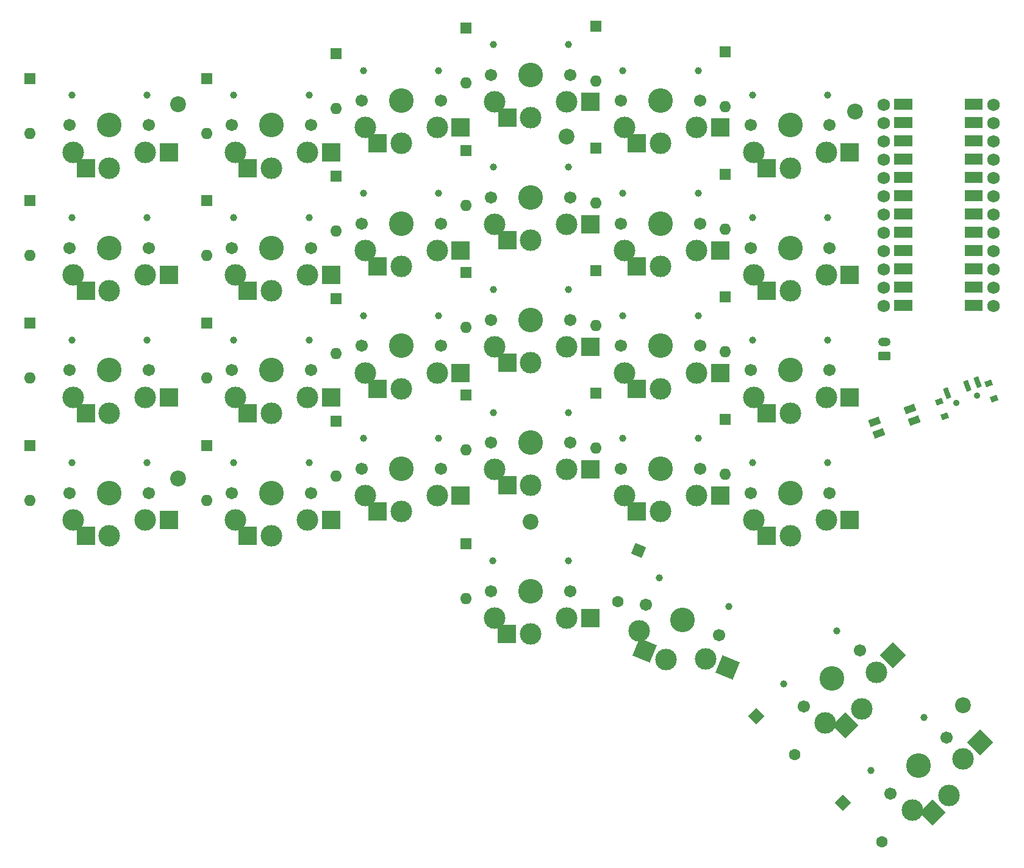
<source format=gbr>
%TF.GenerationSoftware,KiCad,Pcbnew,9.0.0*%
%TF.CreationDate,2025-03-18T17:15:54-04:00*%
%TF.ProjectId,skylight,736b796c-6967-4687-942e-6b696361645f,1.0*%
%TF.SameCoordinates,Original*%
%TF.FileFunction,Soldermask,Top*%
%TF.FilePolarity,Negative*%
%FSLAX46Y46*%
G04 Gerber Fmt 4.6, Leading zero omitted, Abs format (unit mm)*
G04 Created by KiCad (PCBNEW 9.0.0) date 2025-03-18 17:15:54*
%MOMM*%
%LPD*%
G01*
G04 APERTURE LIST*
G04 Aperture macros list*
%AMRoundRect*
0 Rectangle with rounded corners*
0 $1 Rounding radius*
0 $2 $3 $4 $5 $6 $7 $8 $9 X,Y pos of 4 corners*
0 Add a 4 corners polygon primitive as box body*
4,1,4,$2,$3,$4,$5,$6,$7,$8,$9,$2,$3,0*
0 Add four circle primitives for the rounded corners*
1,1,$1+$1,$2,$3*
1,1,$1+$1,$4,$5*
1,1,$1+$1,$6,$7*
1,1,$1+$1,$8,$9*
0 Add four rect primitives between the rounded corners*
20,1,$1+$1,$2,$3,$4,$5,0*
20,1,$1+$1,$4,$5,$6,$7,0*
20,1,$1+$1,$6,$7,$8,$9,0*
20,1,$1+$1,$8,$9,$2,$3,0*%
%AMHorizOval*
0 Thick line with rounded ends*
0 $1 width*
0 $2 $3 position (X,Y) of the first rounded end (center of the circle)*
0 $4 $5 position (X,Y) of the second rounded end (center of the circle)*
0 Add line between two ends*
20,1,$1,$2,$3,$4,$5,0*
0 Add two circle primitives to create the rounded ends*
1,1,$1,$2,$3*
1,1,$1,$4,$5*%
%AMRotRect*
0 Rectangle, with rotation*
0 The origin of the aperture is its center*
0 $1 length*
0 $2 width*
0 $3 Rotation angle, in degrees counterclockwise*
0 Add horizontal line*
21,1,$1,$2,0,0,$3*%
%AMFreePoly0*
4,1,6,1.000000,0.000000,0.500000,-0.750000,-0.500000,-0.750000,-0.500000,0.750000,0.500000,0.750000,1.000000,0.000000,1.000000,0.000000,$1*%
%AMFreePoly1*
4,1,6,0.500000,-0.750000,-0.650000,-0.750000,-0.150000,0.000000,-0.650000,0.750000,0.500000,0.750000,0.500000,-0.750000,0.500000,-0.750000,$1*%
G04 Aperture macros list end*
%ADD10C,2.200000*%
%ADD11R,1.600000X1.600000*%
%ADD12O,1.600000X1.600000*%
%ADD13FreePoly0,0.000000*%
%ADD14FreePoly1,0.000000*%
%ADD15R,2.600000X2.600000*%
%ADD16C,1.701800*%
%ADD17C,0.990600*%
%ADD18C,3.000000*%
%ADD19C,3.429000*%
%ADD20FreePoly0,180.000000*%
%ADD21FreePoly1,180.000000*%
%ADD22RotRect,1.600000X1.600000X315.000000*%
%ADD23HorizOval,1.600000X0.000000X0.000000X0.000000X0.000000X0*%
%ADD24C,0.901700*%
%ADD25RotRect,1.000760X0.800100X20.000000*%
%ADD26RotRect,0.701040X1.501140X20.000000*%
%ADD27RotRect,1.550000X1.000000X20.000000*%
%ADD28C,1.752600*%
%ADD29RotRect,2.600000X2.600000X337.500000*%
%ADD30RotRect,1.600000X1.600000X247.500000*%
%ADD31HorizOval,1.600000X0.000000X0.000000X0.000000X0.000000X0*%
%ADD32RoundRect,0.250000X0.625000X-0.350000X0.625000X0.350000X-0.625000X0.350000X-0.625000X-0.350000X0*%
%ADD33O,1.750000X1.200000*%
%ADD34RotRect,2.600000X2.600000X45.000000*%
G04 APERTURE END LIST*
%TO.C,REF\u002A\u002A11*%
G36*
X162275000Y-66210000D02*
G01*
X164725000Y-66210000D01*
X164725000Y-67710000D01*
X162275000Y-67710000D01*
X162275000Y-66210000D01*
G37*
%TO.C,REF\u002A\u002A2*%
G36*
X154925000Y-65130000D02*
G01*
X152475000Y-65130000D01*
X152475000Y-63630000D01*
X154925000Y-63630000D01*
X154925000Y-65130000D01*
G37*
%TO.C,REF\u002A\u002A6*%
G36*
X154925000Y-54970000D02*
G01*
X152475000Y-54970000D01*
X152475000Y-53470000D01*
X154925000Y-53470000D01*
X154925000Y-54970000D01*
G37*
%TO.C,REF\u002A\u002A7*%
G36*
X154925000Y-52430000D02*
G01*
X152475000Y-52430000D01*
X152475000Y-50930000D01*
X154925000Y-50930000D01*
X154925000Y-52430000D01*
G37*
%TO.C,REF\u002A\u002A11*%
G36*
X154925000Y-42270000D02*
G01*
X152475000Y-42270000D01*
X152475000Y-40770000D01*
X154925000Y-40770000D01*
X154925000Y-42270000D01*
G37*
%TO.C,REF\u002A\u002A1*%
G36*
X154925000Y-67670000D02*
G01*
X152475000Y-67670000D01*
X152475000Y-66170000D01*
X154925000Y-66170000D01*
X154925000Y-67670000D01*
G37*
%TO.C,REF\u002A\u002A4*%
G36*
X162275000Y-45890000D02*
G01*
X164725000Y-45890000D01*
X164725000Y-47390000D01*
X162275000Y-47390000D01*
X162275000Y-45890000D01*
G37*
%TO.C,REF\u002A\u002A11*%
G36*
X162275000Y-63670000D02*
G01*
X164725000Y-63670000D01*
X164725000Y-65170000D01*
X162275000Y-65170000D01*
X162275000Y-63670000D01*
G37*
%TO.C,REF\u002A\u002A8*%
G36*
X154925000Y-49890000D02*
G01*
X152475000Y-49890000D01*
X152475000Y-48390000D01*
X154925000Y-48390000D01*
X154925000Y-49890000D01*
G37*
%TO.C,REF\u002A\u002A*%
G36*
X154925000Y-39730000D02*
G01*
X152475000Y-39730000D01*
X152475000Y-38230000D01*
X154925000Y-38230000D01*
X154925000Y-39730000D01*
G37*
%TO.C,REF\u002A\u002A3*%
G36*
X154925000Y-62590000D02*
G01*
X152475000Y-62590000D01*
X152475000Y-61090000D01*
X154925000Y-61090000D01*
X154925000Y-62590000D01*
G37*
%TO.C,REF\u002A\u002A10*%
G36*
X154925000Y-44810000D02*
G01*
X152475000Y-44810000D01*
X152475000Y-43310000D01*
X154925000Y-43310000D01*
X154925000Y-44810000D01*
G37*
G36*
X162275000Y-61130000D02*
G01*
X164725000Y-61130000D01*
X164725000Y-62630000D01*
X162275000Y-62630000D01*
X162275000Y-61130000D01*
G37*
%TO.C,REF\u002A\u002A2*%
G36*
X162275000Y-40810000D02*
G01*
X164725000Y-40810000D01*
X164725000Y-42310000D01*
X162275000Y-42310000D01*
X162275000Y-40810000D01*
G37*
%TO.C,REF\u002A\u002A5*%
G36*
X154925000Y-57510000D02*
G01*
X152475000Y-57510000D01*
X152475000Y-56010000D01*
X154925000Y-56010000D01*
X154925000Y-57510000D01*
G37*
%TO.C,REF\u002A\u002A9*%
G36*
X154925000Y-47350000D02*
G01*
X152475000Y-47350000D01*
X152475000Y-45850000D01*
X154925000Y-45850000D01*
X154925000Y-47350000D01*
G37*
%TO.C,REF\u002A\u002A1*%
G36*
X162275000Y-38270000D02*
G01*
X164725000Y-38270000D01*
X164725000Y-39770000D01*
X162275000Y-39770000D01*
X162275000Y-38270000D01*
G37*
%TO.C,REF\u002A\u002A4*%
G36*
X154925000Y-60050000D02*
G01*
X152475000Y-60050000D01*
X152475000Y-58550000D01*
X154925000Y-58550000D01*
X154925000Y-60050000D01*
G37*
%TO.C,REF\u002A\u002A5*%
G36*
X162275000Y-48430000D02*
G01*
X164725000Y-48430000D01*
X164725000Y-49930000D01*
X162275000Y-49930000D01*
X162275000Y-48430000D01*
G37*
%TO.C,REF\u002A\u002A6*%
G36*
X162275000Y-50970000D02*
G01*
X164725000Y-50970000D01*
X164725000Y-52470000D01*
X162275000Y-52470000D01*
X162275000Y-50970000D01*
G37*
%TO.C,REF\u002A\u002A7*%
G36*
X162275000Y-53510000D02*
G01*
X164725000Y-53510000D01*
X164725000Y-55010000D01*
X162275000Y-55010000D01*
X162275000Y-53510000D01*
G37*
%TO.C,REF\u002A\u002A8*%
G36*
X162275000Y-56050000D02*
G01*
X164725000Y-56050000D01*
X164725000Y-57550000D01*
X162275000Y-57550000D01*
X162275000Y-56050000D01*
G37*
%TO.C,REF\u002A\u002A9*%
G36*
X162275000Y-58590000D02*
G01*
X164725000Y-58590000D01*
X164725000Y-60090000D01*
X162275000Y-60090000D01*
X162275000Y-58590000D01*
G37*
%TO.C,REF\u002A\u002A3*%
G36*
X162275000Y-43350000D02*
G01*
X164725000Y-43350000D01*
X164725000Y-44850000D01*
X162275000Y-44850000D01*
X162275000Y-43350000D01*
G37*
%TD*%
D10*
%TO.C,REF\u002A\u002A*%
X107000000Y-43500000D03*
%TD*%
%TO.C,REF\u002A\u002A*%
X102000000Y-97000000D03*
%TD*%
%TO.C,REF\u002A\u002A*%
X162000000Y-122500000D03*
%TD*%
%TO.C,REF\u002A\u002A*%
X147000000Y-40000000D03*
%TD*%
%TO.C,REF\u002A\u002A*%
X53000000Y-39000000D03*
%TD*%
%TO.C,REF\u002A\u002A*%
X53000000Y-91000000D03*
%TD*%
D11*
%TO.C,D10*%
X93000000Y-45400000D03*
D12*
X93000000Y-53020000D03*
%TD*%
D13*
%TO.C,REF\u002A\u002A11*%
X162775000Y-66960000D03*
D14*
X164225000Y-66960000D03*
%TD*%
D15*
%TO.C,SW13*%
X51775000Y-79700000D03*
X40225000Y-81900000D03*
D16*
X49000000Y-75950000D03*
D17*
X48720000Y-71750000D03*
D18*
X48500000Y-79700000D03*
X43500000Y-81900000D03*
D19*
X43500000Y-75950000D03*
D18*
X38500000Y-79700000D03*
D17*
X38280000Y-71750000D03*
D16*
X38000000Y-75950000D03*
%TD*%
%TO.C,SW20*%
X60500000Y-93000000D03*
D17*
X60780000Y-88800000D03*
D18*
X61000000Y-96750000D03*
D19*
X66000000Y-93000000D03*
D18*
X66000000Y-98950000D03*
X71000000Y-96750000D03*
D17*
X71220000Y-88800000D03*
D16*
X71500000Y-93000000D03*
D15*
X62725000Y-98950000D03*
X74275000Y-96750000D03*
%TD*%
D11*
%TO.C,D19*%
X32500000Y-86400000D03*
D12*
X32500000Y-94020000D03*
%TD*%
D16*
%TO.C,SW21*%
X78500000Y-89600000D03*
D17*
X78780000Y-85400000D03*
D18*
X79000000Y-93350000D03*
D19*
X84000000Y-89600000D03*
D18*
X84000000Y-95550000D03*
X89000000Y-93350000D03*
D17*
X89220000Y-85400000D03*
D16*
X89500000Y-89600000D03*
D15*
X80725000Y-95550000D03*
X92275000Y-93350000D03*
%TD*%
D11*
%TO.C,D21*%
X75000000Y-83000000D03*
D12*
X75000000Y-90620000D03*
%TD*%
D16*
%TO.C,SW23*%
X114500000Y-89600000D03*
D17*
X114780000Y-85400000D03*
D18*
X115000000Y-93350000D03*
D19*
X120000000Y-89600000D03*
D18*
X120000000Y-95550000D03*
X125000000Y-93350000D03*
D17*
X125220000Y-85400000D03*
D16*
X125500000Y-89600000D03*
D15*
X116725000Y-95550000D03*
X128275000Y-93350000D03*
%TD*%
D11*
%TO.C,D20*%
X57000000Y-86400000D03*
D12*
X57000000Y-94020000D03*
%TD*%
D20*
%TO.C,REF\u002A\u002A2*%
X154425000Y-64380000D03*
D21*
X152975000Y-64380000D03*
%TD*%
D20*
%TO.C,REF\u002A\u002A6*%
X154425000Y-54220000D03*
D21*
X152975000Y-54220000D03*
%TD*%
D16*
%TO.C,SW18*%
X132500000Y-75950000D03*
D17*
X132780000Y-71750000D03*
D18*
X133000000Y-79700000D03*
D19*
X138000000Y-75950000D03*
D18*
X138000000Y-81900000D03*
X143000000Y-79700000D03*
D17*
X143220000Y-71750000D03*
D16*
X143500000Y-75950000D03*
D15*
X134725000Y-81900000D03*
X146275000Y-79700000D03*
%TD*%
D16*
%TO.C,SW10*%
X96500000Y-51950000D03*
D17*
X96780000Y-47750000D03*
D18*
X97000000Y-55700000D03*
D19*
X102000000Y-51950000D03*
D18*
X102000000Y-57900000D03*
X107000000Y-55700000D03*
D17*
X107220000Y-47750000D03*
D16*
X107500000Y-51950000D03*
D15*
X98725000Y-57900000D03*
X110275000Y-55700000D03*
%TD*%
D11*
%TO.C,D18*%
X129000000Y-65750000D03*
D12*
X129000000Y-73370000D03*
%TD*%
D11*
%TO.C,D11*%
X111000000Y-45130000D03*
D12*
X111000000Y-52750000D03*
%TD*%
D11*
%TO.C,D14*%
X57000000Y-69400000D03*
D12*
X57000000Y-77020000D03*
%TD*%
D20*
%TO.C,REF\u002A\u002A7*%
X154425000Y-51680000D03*
D21*
X152975000Y-51680000D03*
%TD*%
D16*
%TO.C,SW27*%
X96480000Y-106600000D03*
D17*
X96760000Y-102400000D03*
D18*
X96980000Y-110350000D03*
D19*
X101980000Y-106600000D03*
D18*
X101980000Y-112550000D03*
X106980000Y-110350000D03*
D17*
X107200000Y-102400000D03*
D16*
X107480000Y-106600000D03*
D15*
X98705000Y-112550000D03*
X110255000Y-110350000D03*
%TD*%
D11*
%TO.C,D1*%
X32500000Y-35400000D03*
D12*
X32500000Y-43020000D03*
%TD*%
D16*
%TO.C,SW6*%
X132500000Y-41900000D03*
D17*
X132780000Y-37700000D03*
D18*
X133000000Y-45650000D03*
D19*
X138000000Y-41900000D03*
D18*
X138000000Y-47850000D03*
X143000000Y-45650000D03*
D17*
X143220000Y-37700000D03*
D16*
X143500000Y-41900000D03*
D15*
X134725000Y-47850000D03*
X146275000Y-45650000D03*
%TD*%
D11*
%TO.C,D22*%
X93000000Y-79400000D03*
D12*
X93000000Y-87020000D03*
%TD*%
D16*
%TO.C,SW19*%
X38000000Y-93000000D03*
D17*
X38280000Y-88800000D03*
D18*
X38500000Y-96750000D03*
D19*
X43500000Y-93000000D03*
D18*
X43500000Y-98950000D03*
X48500000Y-96750000D03*
D17*
X48720000Y-88800000D03*
D16*
X49000000Y-93000000D03*
D15*
X40225000Y-98950000D03*
X51775000Y-96750000D03*
%TD*%
D20*
%TO.C,REF\u002A\u002A11*%
X154425000Y-41520000D03*
D21*
X152975000Y-41520000D03*
%TD*%
D20*
%TO.C,REF\u002A\u002A1*%
X154425000Y-66920000D03*
D21*
X152975000Y-66920000D03*
%TD*%
D11*
%TO.C,D4*%
X93000000Y-28400000D03*
D12*
X93000000Y-36020000D03*
%TD*%
D11*
%TO.C,D5*%
X111000000Y-28130000D03*
D12*
X111000000Y-35750000D03*
%TD*%
D13*
%TO.C,REF\u002A\u002A4*%
X162775000Y-46640000D03*
D14*
X164225000Y-46640000D03*
%TD*%
D16*
%TO.C,SW16*%
X96500000Y-68950000D03*
D17*
X96780000Y-64750000D03*
D18*
X97000000Y-72700000D03*
D19*
X102000000Y-68950000D03*
D18*
X102000000Y-74900000D03*
X107000000Y-72700000D03*
D17*
X107220000Y-64750000D03*
D16*
X107500000Y-68950000D03*
D15*
X98725000Y-74900000D03*
X110275000Y-72700000D03*
%TD*%
D11*
%TO.C,D24*%
X129000000Y-82750000D03*
D12*
X129000000Y-90370000D03*
%TD*%
D11*
%TO.C,D2*%
X57000000Y-35400000D03*
D12*
X57000000Y-43020000D03*
%TD*%
D16*
%TO.C,SW17*%
X114500000Y-72550000D03*
D17*
X114780000Y-68350000D03*
D18*
X115000000Y-76300000D03*
D19*
X120000000Y-72550000D03*
D18*
X120000000Y-78500000D03*
X125000000Y-76300000D03*
D17*
X125220000Y-68350000D03*
D16*
X125500000Y-72550000D03*
D15*
X116725000Y-78500000D03*
X128275000Y-76300000D03*
%TD*%
D13*
%TO.C,REF\u002A\u002A11*%
X162775000Y-64420000D03*
D14*
X164225000Y-64420000D03*
%TD*%
D20*
%TO.C,REF\u002A\u002A8*%
X154425000Y-49140000D03*
D21*
X152975000Y-49140000D03*
%TD*%
D11*
%TO.C,D8*%
X57000000Y-52400000D03*
D12*
X57000000Y-60020000D03*
%TD*%
D16*
%TO.C,SW24*%
X132500000Y-93000000D03*
D17*
X132780000Y-88800000D03*
D18*
X133000000Y-96750000D03*
D19*
X138000000Y-93000000D03*
D18*
X138000000Y-98950000D03*
X143000000Y-96750000D03*
D17*
X143220000Y-88800000D03*
D16*
X143500000Y-93000000D03*
D15*
X134725000Y-98950000D03*
X146275000Y-96750000D03*
%TD*%
D22*
%TO.C,D29*%
X133280118Y-123963941D03*
D23*
X138668272Y-129352095D03*
%TD*%
D24*
%TO.C,SW25*%
X161089390Y-80513420D03*
X163910610Y-79486580D03*
D25*
X158727861Y-80307960D03*
X159480182Y-82374945D03*
X165587579Y-77811227D03*
X166339900Y-79878212D03*
D26*
X159786722Y-79125177D03*
X162605556Y-78099206D03*
X164016166Y-77585786D03*
%TD*%
D11*
%TO.C,D13*%
X32500000Y-69400000D03*
D12*
X32500000Y-77020000D03*
%TD*%
D27*
%TO.C,SW51*%
X155257410Y-82900936D03*
X150324024Y-84696542D03*
X154675976Y-81303458D03*
X149742590Y-83099064D03*
%TD*%
D11*
%TO.C,D12*%
X129000000Y-48740000D03*
D12*
X129000000Y-56360000D03*
%TD*%
D16*
%TO.C,SW12*%
X132500000Y-58950000D03*
D17*
X132780000Y-54750000D03*
D18*
X133000000Y-62700000D03*
D19*
X138000000Y-58950000D03*
D18*
X138000000Y-64900000D03*
X143000000Y-62700000D03*
D17*
X143220000Y-54750000D03*
D16*
X143500000Y-58950000D03*
D15*
X134725000Y-64900000D03*
X146275000Y-62700000D03*
%TD*%
D28*
%TO.C,U1*%
X151000000Y-39060000D03*
X151000000Y-41600000D03*
X151000000Y-44140000D03*
X151000000Y-46680000D03*
X151000000Y-49220000D03*
X151000000Y-51760000D03*
X151000000Y-54300000D03*
X151000000Y-56840000D03*
X151000000Y-59380000D03*
X151000000Y-61920000D03*
X151000000Y-64460000D03*
X151000000Y-67000000D03*
X166240000Y-67000000D03*
X166240000Y-64460000D03*
X166240000Y-61920000D03*
X166240000Y-59380000D03*
X166240000Y-56840000D03*
X166240000Y-54300000D03*
X166240000Y-51760000D03*
X166240000Y-49220000D03*
X166240000Y-46680000D03*
X166240000Y-44140000D03*
X166240000Y-41600000D03*
X166240000Y-39060000D03*
%TD*%
D16*
%TO.C,SW8*%
X60500000Y-58950000D03*
D17*
X60780000Y-54750000D03*
D18*
X61000000Y-62700000D03*
D19*
X66000000Y-58950000D03*
D18*
X66000000Y-64900000D03*
X71000000Y-62700000D03*
D17*
X71220000Y-54750000D03*
D16*
X71500000Y-58950000D03*
D15*
X62725000Y-64900000D03*
X74275000Y-62700000D03*
%TD*%
D16*
%TO.C,SW9*%
X78500000Y-55550000D03*
D17*
X78780000Y-51350000D03*
D18*
X79000000Y-59300000D03*
D19*
X84000000Y-55550000D03*
D18*
X84000000Y-61500000D03*
X89000000Y-59300000D03*
D17*
X89220000Y-51350000D03*
D16*
X89500000Y-55550000D03*
D15*
X80725000Y-61500000D03*
X92275000Y-59300000D03*
%TD*%
D20*
%TO.C,REF\u002A\u002A*%
X154425000Y-38980000D03*
D21*
X152975000Y-38980000D03*
%TD*%
D11*
%TO.C,D9*%
X75000000Y-49000000D03*
D12*
X75000000Y-56620000D03*
%TD*%
D20*
%TO.C,REF\u002A\u002A3*%
X154425000Y-61840000D03*
D21*
X152975000Y-61840000D03*
%TD*%
D16*
%TO.C,SW28*%
X117988741Y-108517276D03*
D17*
X119854697Y-104744133D03*
D18*
X117015617Y-112173166D03*
D19*
X123070078Y-110622035D03*
D18*
X120793112Y-116119118D03*
X126254413Y-116000000D03*
D17*
X129500000Y-108739348D03*
D16*
X128151415Y-112726794D03*
D29*
X117767406Y-114865830D03*
X129280118Y-117253289D03*
%TD*%
D11*
%TO.C,D15*%
X75000000Y-66000000D03*
D12*
X75000000Y-73620000D03*
%TD*%
D16*
%TO.C,SW5*%
X114500000Y-38500000D03*
D17*
X114780000Y-34300000D03*
D18*
X115000000Y-42250000D03*
D19*
X120000000Y-38500000D03*
D18*
X120000000Y-44450000D03*
X125000000Y-42250000D03*
D17*
X125220000Y-34300000D03*
D16*
X125500000Y-38500000D03*
D15*
X116725000Y-44450000D03*
X128275000Y-42250000D03*
%TD*%
D20*
%TO.C,REF\u002A\u002A10*%
X154425000Y-44060000D03*
D21*
X152975000Y-44060000D03*
%TD*%
D13*
%TO.C,REF\u002A\u002A10*%
X162775000Y-61880000D03*
D14*
X164225000Y-61880000D03*
%TD*%
D16*
%TO.C,SW11*%
X114500000Y-55550000D03*
D17*
X114780000Y-51350000D03*
D18*
X115000000Y-59300000D03*
D19*
X120000000Y-55550000D03*
D18*
X120000000Y-61500000D03*
X125000000Y-59300000D03*
D17*
X125220000Y-51350000D03*
D16*
X125500000Y-55550000D03*
D15*
X116725000Y-61500000D03*
X128275000Y-59300000D03*
%TD*%
D13*
%TO.C,REF\u002A\u002A2*%
X162775000Y-41560000D03*
D14*
X164225000Y-41560000D03*
%TD*%
D16*
%TO.C,SW7*%
X38000000Y-58950000D03*
D17*
X38280000Y-54750000D03*
D18*
X38500000Y-62700000D03*
D19*
X43500000Y-58950000D03*
D18*
X43500000Y-64900000D03*
X48500000Y-62700000D03*
D17*
X48720000Y-54750000D03*
D16*
X49000000Y-58950000D03*
D15*
X40225000Y-64900000D03*
X51775000Y-62700000D03*
%TD*%
D20*
%TO.C,REF\u002A\u002A5*%
X154425000Y-56760000D03*
D21*
X152975000Y-56760000D03*
%TD*%
D20*
%TO.C,REF\u002A\u002A9*%
X154425000Y-46600000D03*
D21*
X152975000Y-46600000D03*
%TD*%
D16*
%TO.C,SW2*%
X60500000Y-41900000D03*
D17*
X60780000Y-37700000D03*
D18*
X61000000Y-45650000D03*
D19*
X66000000Y-41900000D03*
D18*
X66000000Y-47850000D03*
X71000000Y-45650000D03*
D17*
X71220000Y-37700000D03*
D16*
X71500000Y-41900000D03*
D15*
X62725000Y-47850000D03*
X74275000Y-45650000D03*
%TD*%
D16*
%TO.C,SW3*%
X78500000Y-38500000D03*
D17*
X78780000Y-34300000D03*
D18*
X79000000Y-42250000D03*
D19*
X84000000Y-38500000D03*
D18*
X84000000Y-44450000D03*
X89000000Y-42250000D03*
D17*
X89220000Y-34300000D03*
D16*
X89500000Y-38500000D03*
D15*
X80725000Y-44450000D03*
X92275000Y-42250000D03*
%TD*%
D16*
%TO.C,SW15*%
X78500000Y-72550000D03*
D17*
X78780000Y-68350000D03*
D18*
X79000000Y-76300000D03*
D19*
X84000000Y-72550000D03*
D18*
X84000000Y-78500000D03*
X89000000Y-76300000D03*
D17*
X89220000Y-68350000D03*
D16*
X89500000Y-72550000D03*
D15*
X80725000Y-78500000D03*
X92275000Y-76300000D03*
%TD*%
D16*
%TO.C,SW4*%
X96500000Y-34900000D03*
D17*
X96780000Y-30700000D03*
D18*
X97000000Y-38650000D03*
D19*
X102000000Y-34900000D03*
D18*
X102000000Y-40850000D03*
X107000000Y-38650000D03*
D17*
X107220000Y-30700000D03*
D16*
X107500000Y-34900000D03*
D15*
X98725000Y-40850000D03*
X110275000Y-38650000D03*
%TD*%
D11*
%TO.C,D16*%
X93000000Y-62400000D03*
D12*
X93000000Y-70020000D03*
%TD*%
D16*
%TO.C,SW22*%
X96500000Y-86000000D03*
D17*
X96780000Y-81800000D03*
D18*
X97000000Y-89750000D03*
D19*
X102000000Y-86000000D03*
D18*
X102000000Y-91950000D03*
X107000000Y-89750000D03*
D17*
X107220000Y-81800000D03*
D16*
X107500000Y-86000000D03*
D15*
X98725000Y-91950000D03*
X110275000Y-89750000D03*
%TD*%
D16*
%TO.C,SW1*%
X38000000Y-41900000D03*
D17*
X38280000Y-37700000D03*
D18*
X38500000Y-45650000D03*
D19*
X43500000Y-41900000D03*
D18*
X43500000Y-47850000D03*
X48500000Y-45650000D03*
D17*
X48720000Y-37700000D03*
D16*
X49000000Y-41900000D03*
D15*
X40225000Y-47850000D03*
X51775000Y-45650000D03*
%TD*%
D30*
%TO.C,D28*%
X117000000Y-101000000D03*
D31*
X114083952Y-108039962D03*
%TD*%
D13*
%TO.C,REF\u002A\u002A1*%
X162775000Y-39020000D03*
D14*
X164225000Y-39020000D03*
%TD*%
D20*
%TO.C,REF\u002A\u002A4*%
X154425000Y-59300000D03*
D21*
X152975000Y-59300000D03*
%TD*%
D13*
%TO.C,REF\u002A\u002A5*%
X162775000Y-49180000D03*
D14*
X164225000Y-49180000D03*
%TD*%
D16*
%TO.C,SW14*%
X60500000Y-75950000D03*
D17*
X60780000Y-71750000D03*
D18*
X61000000Y-79700000D03*
D19*
X66000000Y-75950000D03*
D18*
X66000000Y-81900000D03*
X71000000Y-79700000D03*
D17*
X71220000Y-71750000D03*
D16*
X71500000Y-75950000D03*
D15*
X62725000Y-81900000D03*
X74275000Y-79700000D03*
%TD*%
D32*
%TO.C,J2*%
X151050000Y-74000000D03*
D33*
X151050000Y-72000000D03*
%TD*%
D16*
%TO.C,SW29*%
X139891031Y-122653028D03*
D17*
X137119172Y-119485190D03*
D18*
X142896235Y-124951125D03*
D19*
X143780118Y-118763941D03*
D18*
X147987403Y-122971226D03*
X149967302Y-117880058D03*
D17*
X144501367Y-112102995D03*
D16*
X147669205Y-114874854D03*
D34*
X145671629Y-125287001D03*
X152283077Y-115564283D03*
%TD*%
D16*
%TO.C,SW30*%
X151951977Y-134721779D03*
D17*
X149180118Y-131553941D03*
D18*
X154957181Y-137019876D03*
D19*
X155841064Y-130832692D03*
D18*
X160048349Y-135039977D03*
X162028248Y-129948809D03*
D17*
X156562313Y-124171746D03*
D16*
X159730151Y-126943605D03*
D34*
X157732575Y-137355752D03*
X164344023Y-127633034D03*
%TD*%
D13*
%TO.C,REF\u002A\u002A6*%
X162775000Y-51720000D03*
D14*
X164225000Y-51720000D03*
%TD*%
D11*
%TO.C,D23*%
X111000000Y-79130000D03*
D12*
X111000000Y-86750000D03*
%TD*%
D22*
%TO.C,D30*%
X145336042Y-136019865D03*
D23*
X150724196Y-141408019D03*
%TD*%
D11*
%TO.C,D27*%
X93000000Y-100000000D03*
D12*
X93000000Y-107620000D03*
%TD*%
D13*
%TO.C,REF\u002A\u002A7*%
X162775000Y-54260000D03*
D14*
X164225000Y-54260000D03*
%TD*%
D11*
%TO.C,D7*%
X32500000Y-52400000D03*
D12*
X32500000Y-60020000D03*
%TD*%
D13*
%TO.C,REF\u002A\u002A8*%
X162775000Y-56800000D03*
D14*
X164225000Y-56800000D03*
%TD*%
D11*
%TO.C,D6*%
X129000000Y-31750000D03*
D12*
X129000000Y-39370000D03*
%TD*%
D11*
%TO.C,D3*%
X75000000Y-32000000D03*
D12*
X75000000Y-39620000D03*
%TD*%
D13*
%TO.C,REF\u002A\u002A9*%
X162775000Y-59340000D03*
D14*
X164225000Y-59340000D03*
%TD*%
D11*
%TO.C,D17*%
X111000000Y-62130000D03*
D12*
X111000000Y-69750000D03*
%TD*%
D13*
%TO.C,REF\u002A\u002A3*%
X162775000Y-44100000D03*
D14*
X164225000Y-44100000D03*
%TD*%
D24*
%TO.C,SW25*%
X163910610Y-79486580D03*
X161089390Y-80513420D03*
%TD*%
M02*

</source>
